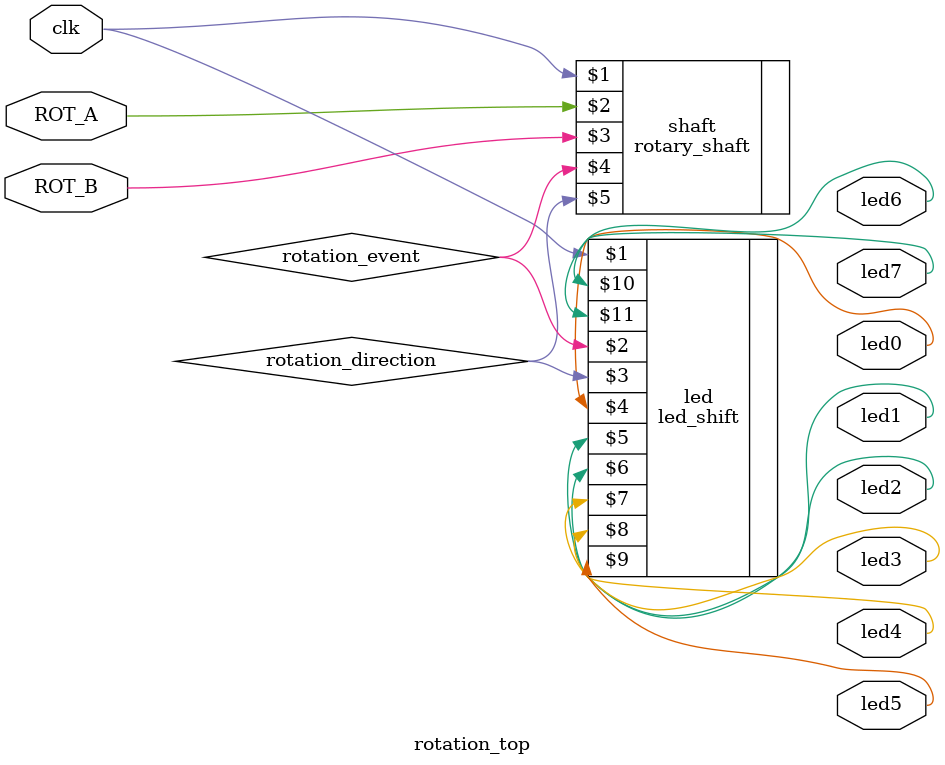
<source format=v>
`timescale 1ns / 1ps
module rotation_top(clk, ROT_A, ROT_B, led0, led1, led2, led3, led4, led5, led6, led7
    );
	 input clk, ROT_A, ROT_B;
	 output led0, led1, led2, led3, led4, led5, led6, led7;
	 wire led0, led1, led2, led3, led4, led5, led6, led7, rotation_event, rotation_direction;
	 
	 rotary_shaft shaft(clk, ROT_A, ROT_B,rotation_event, rotation_direction);
	 led_shift led(clk, rotation_event, rotation_direction,led0, led1, led2, led3, led4, led5, led6, led7);


endmodule
</source>
